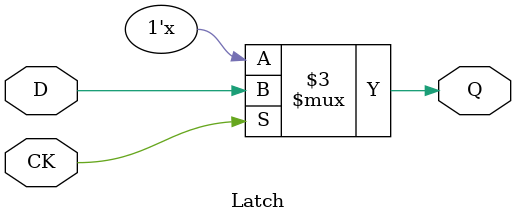
<source format=v>
`timescale 1ns / 1ps

module Latch(
input wire D, CK,
output reg Q
);

// いずれかの入力信号に変化があったら必ず実行するという意味
always @* begin
    if (CK == 1'b1)
	Q <= D;
end

endmodule

</source>
